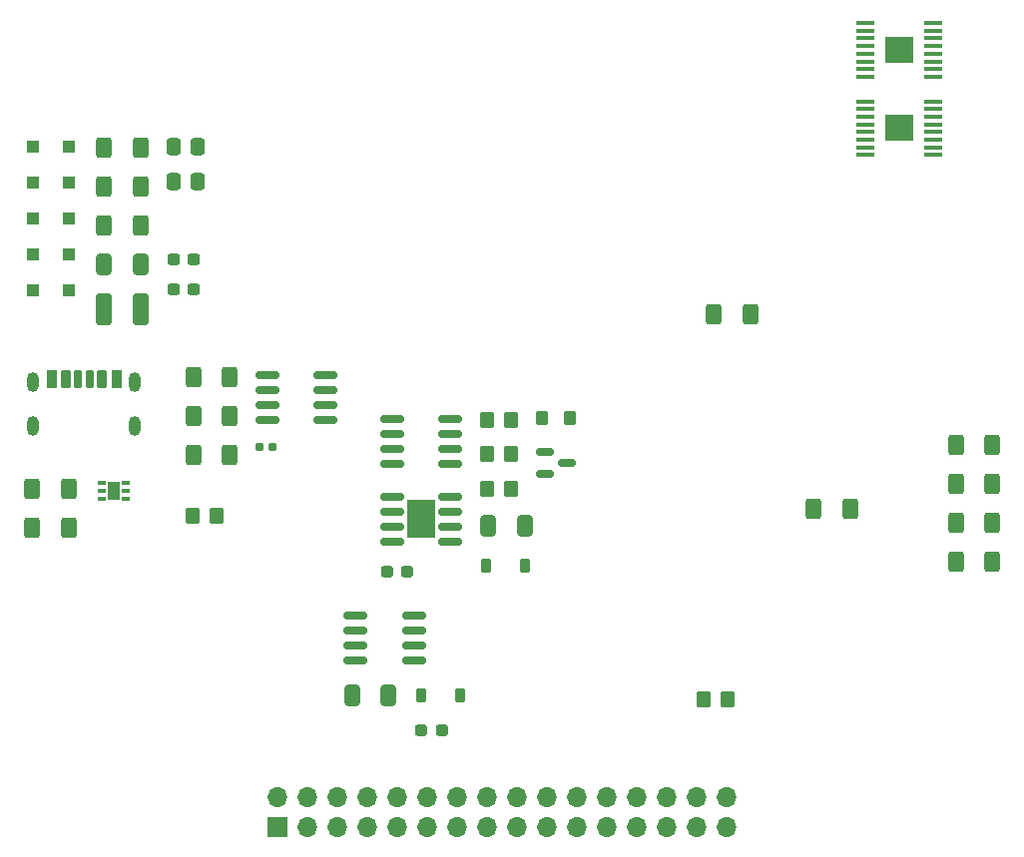
<source format=gbr>
%TF.GenerationSoftware,KiCad,Pcbnew,9.0.0*%
%TF.CreationDate,2025-03-27T23:27:48+02:00*%
%TF.ProjectId,EEE3088F Design project,45454533-3038-4384-9620-44657369676e,rev?*%
%TF.SameCoordinates,Original*%
%TF.FileFunction,Soldermask,Top*%
%TF.FilePolarity,Negative*%
%FSLAX46Y46*%
G04 Gerber Fmt 4.6, Leading zero omitted, Abs format (unit mm)*
G04 Created by KiCad (PCBNEW 9.0.0) date 2025-03-27 23:27:48*
%MOMM*%
%LPD*%
G01*
G04 APERTURE LIST*
G04 Aperture macros list*
%AMRoundRect*
0 Rectangle with rounded corners*
0 $1 Rounding radius*
0 $2 $3 $4 $5 $6 $7 $8 $9 X,Y pos of 4 corners*
0 Add a 4 corners polygon primitive as box body*
4,1,4,$2,$3,$4,$5,$6,$7,$8,$9,$2,$3,0*
0 Add four circle primitives for the rounded corners*
1,1,$1+$1,$2,$3*
1,1,$1+$1,$4,$5*
1,1,$1+$1,$6,$7*
1,1,$1+$1,$8,$9*
0 Add four rect primitives between the rounded corners*
20,1,$1+$1,$2,$3,$4,$5,0*
20,1,$1+$1,$4,$5,$6,$7,0*
20,1,$1+$1,$6,$7,$8,$9,0*
20,1,$1+$1,$8,$9,$2,$3,0*%
G04 Aperture macros list end*
%ADD10R,2.460000X2.310000*%
%ADD11RoundRect,0.100000X-0.687500X-0.100000X0.687500X-0.100000X0.687500X0.100000X-0.687500X0.100000X0*%
%ADD12RoundRect,0.150000X-0.825000X-0.150000X0.825000X-0.150000X0.825000X0.150000X-0.825000X0.150000X0*%
%ADD13R,1.000000X1.000000*%
%ADD14RoundRect,0.250000X-0.350000X-0.450000X0.350000X-0.450000X0.350000X0.450000X-0.350000X0.450000X0*%
%ADD15RoundRect,0.250000X-0.400000X-0.625000X0.400000X-0.625000X0.400000X0.625000X-0.400000X0.625000X0*%
%ADD16R,0.650000X0.350000*%
%ADD17R,1.000000X1.600000*%
%ADD18RoundRect,0.175000X-0.175000X-0.625000X0.175000X-0.625000X0.175000X0.625000X-0.175000X0.625000X0*%
%ADD19RoundRect,0.200000X-0.200000X-0.600000X0.200000X-0.600000X0.200000X0.600000X-0.200000X0.600000X0*%
%ADD20RoundRect,0.225000X-0.225000X-0.575000X0.225000X-0.575000X0.225000X0.575000X-0.225000X0.575000X0*%
%ADD21O,1.000000X1.700000*%
%ADD22R,1.700000X1.700000*%
%ADD23O,1.700000X1.700000*%
%ADD24RoundRect,0.155000X-0.212500X-0.155000X0.212500X-0.155000X0.212500X0.155000X-0.212500X0.155000X0*%
%ADD25RoundRect,0.250000X-0.412500X-0.650000X0.412500X-0.650000X0.412500X0.650000X-0.412500X0.650000X0*%
%ADD26RoundRect,0.237500X-0.300000X-0.237500X0.300000X-0.237500X0.300000X0.237500X-0.300000X0.237500X0*%
%ADD27RoundRect,0.250000X-0.337500X-0.475000X0.337500X-0.475000X0.337500X0.475000X-0.337500X0.475000X0*%
%ADD28RoundRect,0.250000X-0.412500X-1.100000X0.412500X-1.100000X0.412500X1.100000X-0.412500X1.100000X0*%
%ADD29RoundRect,0.225000X-0.225000X-0.375000X0.225000X-0.375000X0.225000X0.375000X-0.225000X0.375000X0*%
%ADD30RoundRect,0.150000X-0.587500X-0.150000X0.587500X-0.150000X0.587500X0.150000X-0.587500X0.150000X0*%
%ADD31RoundRect,0.237500X-0.287500X-0.237500X0.287500X-0.237500X0.287500X0.237500X-0.287500X0.237500X0*%
%ADD32R,2.410000X3.300000*%
%ADD33RoundRect,0.250000X-0.275000X-0.350000X0.275000X-0.350000X0.275000X0.350000X-0.275000X0.350000X0*%
G04 APERTURE END LIST*
D10*
%TO.C,U2*%
X162637500Y-75725000D03*
D11*
X159775000Y-73450000D03*
X159775000Y-74100000D03*
X159775000Y-74750000D03*
X159775000Y-75400000D03*
X159775000Y-76050000D03*
X159775000Y-76700000D03*
X159775000Y-77350000D03*
X159775000Y-78000000D03*
X165500000Y-78000000D03*
X165500000Y-77350000D03*
X165500000Y-76700000D03*
X165500000Y-76050000D03*
X165500000Y-75400000D03*
X165500000Y-74750000D03*
X165500000Y-74100000D03*
X165500000Y-73450000D03*
%TD*%
D10*
%TO.C,U1*%
X162637500Y-69085000D03*
D11*
X159775000Y-66810000D03*
X159775000Y-67460000D03*
X159775000Y-68110000D03*
X159775000Y-68760000D03*
X159775000Y-69410000D03*
X159775000Y-70060000D03*
X159775000Y-70710000D03*
X159775000Y-71360000D03*
X165500000Y-71360000D03*
X165500000Y-70710000D03*
X165500000Y-70060000D03*
X165500000Y-69410000D03*
X165500000Y-68760000D03*
X165500000Y-68110000D03*
X165500000Y-67460000D03*
X165500000Y-66810000D03*
%TD*%
D12*
%TO.C,U5*%
X109050000Y-96690000D03*
X109050000Y-97960000D03*
X109050000Y-99230000D03*
X109050000Y-100500000D03*
X114000000Y-100500000D03*
X114000000Y-99230000D03*
X114000000Y-97960000D03*
X114000000Y-96690000D03*
%TD*%
D13*
%TO.C,TP10*%
X92235000Y-89495000D03*
%TD*%
%TO.C,TP9*%
X92235000Y-86445000D03*
%TD*%
%TO.C,TP8*%
X92235000Y-83395000D03*
%TD*%
%TO.C,TP7*%
X92235000Y-80345000D03*
%TD*%
%TO.C,TP6*%
X92235000Y-77295000D03*
%TD*%
%TO.C,TP5*%
X89185000Y-89495000D03*
%TD*%
%TO.C,TP4*%
X89185000Y-86445000D03*
%TD*%
%TO.C,TP3*%
X89185000Y-83395000D03*
%TD*%
%TO.C,TP2*%
X89185000Y-80345000D03*
%TD*%
%TO.C,TP1*%
X89185000Y-77295000D03*
%TD*%
D14*
%TO.C,R19*%
X146090000Y-124220000D03*
X148090000Y-124220000D03*
%TD*%
%TO.C,R18*%
X102725000Y-108585000D03*
X104725000Y-108585000D03*
%TD*%
D15*
%TO.C,R17*%
X89085000Y-109605000D03*
X92185000Y-109605000D03*
%TD*%
%TO.C,R8*%
X89085000Y-106315000D03*
X92185000Y-106315000D03*
%TD*%
%TO.C,R7*%
X102775000Y-103465000D03*
X105875000Y-103465000D03*
%TD*%
%TO.C,R6*%
X102775000Y-100175000D03*
X105875000Y-100175000D03*
%TD*%
%TO.C,R5*%
X102775000Y-96885000D03*
X105875000Y-96885000D03*
%TD*%
%TO.C,R4*%
X95185000Y-83995000D03*
X98285000Y-83995000D03*
%TD*%
%TO.C,R2*%
X95185000Y-80705000D03*
X98285000Y-80705000D03*
%TD*%
%TO.C,R1*%
X95185000Y-77415000D03*
X98285000Y-77415000D03*
%TD*%
D16*
%TO.C,J3*%
X94960000Y-105870000D03*
X94960000Y-106520000D03*
X94960000Y-107170000D03*
X97060000Y-107170000D03*
X97060000Y-106520000D03*
X97060000Y-105870000D03*
D17*
X96010000Y-106520000D03*
%TD*%
D18*
%TO.C,J2*%
X93005000Y-97065000D03*
D19*
X95025000Y-97065000D03*
D20*
X96255000Y-97065000D03*
D18*
X94005000Y-97065000D03*
D19*
X91985000Y-97065000D03*
D20*
X90755000Y-97065000D03*
D21*
X89185000Y-97245000D03*
X89185000Y-101045000D03*
X97825000Y-97245000D03*
X97825000Y-101045000D03*
%TD*%
D22*
%TO.C,J1*%
X109900000Y-135000000D03*
D23*
X109900000Y-132460000D03*
X112440000Y-135000000D03*
X112440000Y-132460000D03*
X114980000Y-135000000D03*
X114980000Y-132460000D03*
X117520000Y-135000000D03*
X117520000Y-132460000D03*
X120060000Y-135000000D03*
X120060000Y-132460000D03*
X122600000Y-135000000D03*
X122600000Y-132460000D03*
X125140000Y-135000000D03*
X125140000Y-132460000D03*
X127680000Y-135000000D03*
X127680000Y-132460000D03*
X130220000Y-135000000D03*
X130220000Y-132460000D03*
X132760000Y-135000000D03*
X132760000Y-132460000D03*
X135300000Y-135000000D03*
X135300000Y-132460000D03*
X137840000Y-135000000D03*
X137840000Y-132460000D03*
X140380000Y-135000000D03*
X140380000Y-132460000D03*
X142920000Y-135000000D03*
X142920000Y-132460000D03*
X145460000Y-135000000D03*
X145460000Y-132460000D03*
X148000000Y-135000000D03*
X148000000Y-132460000D03*
%TD*%
D24*
%TO.C,C7*%
X108337500Y-102805000D03*
X109472500Y-102805000D03*
%TD*%
D25*
%TO.C,C6*%
X95202500Y-87315000D03*
X98327500Y-87315000D03*
%TD*%
D26*
%TO.C,C5*%
X101082500Y-89405000D03*
X102807500Y-89405000D03*
%TD*%
D27*
%TO.C,C4*%
X101077500Y-80285000D03*
X103152500Y-80285000D03*
%TD*%
D26*
%TO.C,C3*%
X101082500Y-86895000D03*
X102807500Y-86895000D03*
%TD*%
D27*
%TO.C,C2*%
X101077500Y-77275000D03*
X103152500Y-77275000D03*
%TD*%
D28*
%TO.C,C1*%
X95202500Y-91115000D03*
X98327500Y-91115000D03*
%TD*%
D12*
%TO.C,U7*%
X119635000Y-100435000D03*
X119635000Y-101705000D03*
X119635000Y-102975000D03*
X119635000Y-104245000D03*
X124585000Y-104245000D03*
X124585000Y-102975000D03*
X124585000Y-101705000D03*
X124585000Y-100435000D03*
%TD*%
D29*
%TO.C,D1*%
X122055000Y-123900000D03*
X125355000Y-123900000D03*
%TD*%
D15*
%TO.C,R9*%
X146900000Y-91500000D03*
X150000000Y-91500000D03*
%TD*%
D30*
%TO.C,Q1*%
X132592500Y-103185000D03*
X132592500Y-105085000D03*
X134467500Y-104135000D03*
%TD*%
D31*
%TO.C,L1*%
X122085000Y-126830000D03*
X123835000Y-126830000D03*
%TD*%
D15*
%TO.C,R10*%
X167450000Y-102630000D03*
X170550000Y-102630000D03*
%TD*%
%TO.C,R11*%
X167450000Y-105920000D03*
X170550000Y-105920000D03*
%TD*%
D31*
%TO.C,L2*%
X119185000Y-113400000D03*
X120935000Y-113400000D03*
%TD*%
D25*
%TO.C,C9*%
X127777500Y-109510000D03*
X130902500Y-109510000D03*
%TD*%
D12*
%TO.C,U8*%
X119635000Y-107015000D03*
X119635000Y-108285000D03*
X119635000Y-109555000D03*
X119635000Y-110825000D03*
X124585000Y-110825000D03*
X124585000Y-109555000D03*
X124585000Y-108285000D03*
X124585000Y-107015000D03*
D32*
X122110000Y-108920000D03*
%TD*%
D15*
%TO.C,R3*%
X155400000Y-108000000D03*
X158500000Y-108000000D03*
%TD*%
%TO.C,R13*%
X167450000Y-112500000D03*
X170550000Y-112500000D03*
%TD*%
D14*
%TO.C,R14*%
X127710000Y-100460000D03*
X129710000Y-100460000D03*
%TD*%
D15*
%TO.C,R12*%
X167450000Y-109210000D03*
X170550000Y-109210000D03*
%TD*%
D33*
%TO.C,L3*%
X132380000Y-100360000D03*
X134680000Y-100360000D03*
%TD*%
D14*
%TO.C,R16*%
X127710000Y-106360000D03*
X129710000Y-106360000D03*
%TD*%
D29*
%TO.C,D2*%
X127605000Y-112860000D03*
X130905000Y-112860000D03*
%TD*%
D25*
%TO.C,C8*%
X116217500Y-123900000D03*
X119342500Y-123900000D03*
%TD*%
D12*
%TO.C,U4*%
X116525000Y-117095000D03*
X116525000Y-118365000D03*
X116525000Y-119635000D03*
X116525000Y-120905000D03*
X121475000Y-120905000D03*
X121475000Y-119635000D03*
X121475000Y-118365000D03*
X121475000Y-117095000D03*
%TD*%
D14*
%TO.C,R15*%
X127710000Y-103410000D03*
X129710000Y-103410000D03*
%TD*%
M02*

</source>
